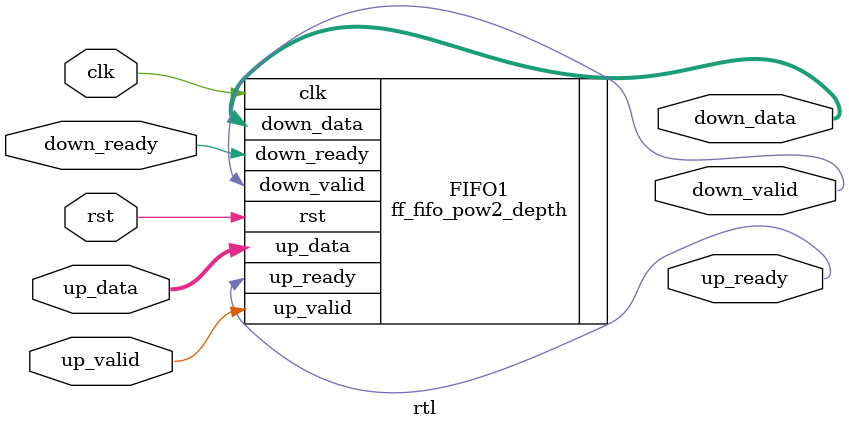
<source format=sv>

module rtl #(parameter D_WIDTH = 6, A_WIDTH = 2)
(
input                   clk,
input                   rst,
input  [(D_WIDTH-1):0]  up_data,
input                   up_valid,
output                  up_ready,
output [(D_WIDTH-1):0]  down_data,
output                  down_valid,
input                   down_ready
);

ff_fifo_pow2_depth # (.D_WIDTH (D_WIDTH), .A_WIDTH (A_WIDTH))
FIFO1
(       .clk(clk),
        .rst(rst),
        .up_data(up_data),
        .up_valid(up_valid),
        .up_ready(up_ready),
        .down_data(down_data),
        .down_valid(down_valid),
        .down_ready(down_ready));

endmodule

</source>
